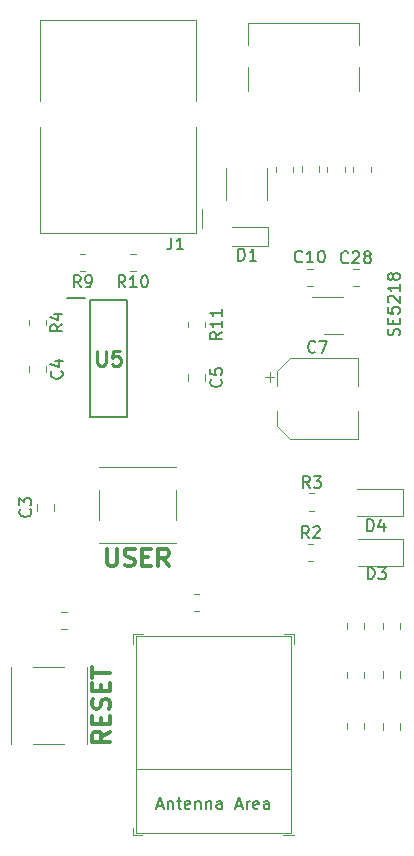
<source format=gbr>
%TF.GenerationSoftware,KiCad,Pcbnew,(6.0.11-0)*%
%TF.CreationDate,2023-12-17T12:15:40+01:00*%
%TF.ProjectId,Layblar_PCB,4c617962-6c61-4725-9f50-43422e6b6963,rev?*%
%TF.SameCoordinates,Original*%
%TF.FileFunction,Legend,Top*%
%TF.FilePolarity,Positive*%
%FSLAX46Y46*%
G04 Gerber Fmt 4.6, Leading zero omitted, Abs format (unit mm)*
G04 Created by KiCad (PCBNEW (6.0.11-0)) date 2023-12-17 12:15:40*
%MOMM*%
%LPD*%
G01*
G04 APERTURE LIST*
%ADD10C,0.300000*%
%ADD11C,0.150000*%
%ADD12C,0.254000*%
%ADD13C,0.120000*%
%ADD14C,0.100000*%
%ADD15C,0.200000*%
G04 APERTURE END LIST*
D10*
X38178571Y-70678571D02*
X37464285Y-71178571D01*
X38178571Y-71535714D02*
X36678571Y-71535714D01*
X36678571Y-70964285D01*
X36750000Y-70821428D01*
X36821428Y-70750000D01*
X36964285Y-70678571D01*
X37178571Y-70678571D01*
X37321428Y-70750000D01*
X37392857Y-70821428D01*
X37464285Y-70964285D01*
X37464285Y-71535714D01*
X37392857Y-70035714D02*
X37392857Y-69535714D01*
X38178571Y-69321428D02*
X38178571Y-70035714D01*
X36678571Y-70035714D01*
X36678571Y-69321428D01*
X38107142Y-68750000D02*
X38178571Y-68535714D01*
X38178571Y-68178571D01*
X38107142Y-68035714D01*
X38035714Y-67964285D01*
X37892857Y-67892857D01*
X37750000Y-67892857D01*
X37607142Y-67964285D01*
X37535714Y-68035714D01*
X37464285Y-68178571D01*
X37392857Y-68464285D01*
X37321428Y-68607142D01*
X37250000Y-68678571D01*
X37107142Y-68750000D01*
X36964285Y-68750000D01*
X36821428Y-68678571D01*
X36750000Y-68607142D01*
X36678571Y-68464285D01*
X36678571Y-68107142D01*
X36750000Y-67892857D01*
X37392857Y-67250000D02*
X37392857Y-66750000D01*
X38178571Y-66535714D02*
X38178571Y-67250000D01*
X36678571Y-67250000D01*
X36678571Y-66535714D01*
X36678571Y-66107142D02*
X36678571Y-65250000D01*
X38178571Y-65678571D02*
X36678571Y-65678571D01*
X37928571Y-55178571D02*
X37928571Y-56392857D01*
X38000000Y-56535714D01*
X38071428Y-56607142D01*
X38214285Y-56678571D01*
X38500000Y-56678571D01*
X38642857Y-56607142D01*
X38714285Y-56535714D01*
X38785714Y-56392857D01*
X38785714Y-55178571D01*
X39428571Y-56607142D02*
X39642857Y-56678571D01*
X40000000Y-56678571D01*
X40142857Y-56607142D01*
X40214285Y-56535714D01*
X40285714Y-56392857D01*
X40285714Y-56250000D01*
X40214285Y-56107142D01*
X40142857Y-56035714D01*
X40000000Y-55964285D01*
X39714285Y-55892857D01*
X39571428Y-55821428D01*
X39500000Y-55750000D01*
X39428571Y-55607142D01*
X39428571Y-55464285D01*
X39500000Y-55321428D01*
X39571428Y-55250000D01*
X39714285Y-55178571D01*
X40071428Y-55178571D01*
X40285714Y-55250000D01*
X40928571Y-55892857D02*
X41428571Y-55892857D01*
X41642857Y-56678571D02*
X40928571Y-56678571D01*
X40928571Y-55178571D01*
X41642857Y-55178571D01*
X43142857Y-56678571D02*
X42642857Y-55964285D01*
X42285714Y-56678571D02*
X42285714Y-55178571D01*
X42857142Y-55178571D01*
X43000000Y-55250000D01*
X43071428Y-55321428D01*
X43142857Y-55464285D01*
X43142857Y-55678571D01*
X43071428Y-55821428D01*
X43000000Y-55892857D01*
X42857142Y-55964285D01*
X42285714Y-55964285D01*
D11*
X62654761Y-37142857D02*
X62702380Y-37000000D01*
X62702380Y-36761904D01*
X62654761Y-36666666D01*
X62607142Y-36619047D01*
X62511904Y-36571428D01*
X62416666Y-36571428D01*
X62321428Y-36619047D01*
X62273809Y-36666666D01*
X62226190Y-36761904D01*
X62178571Y-36952380D01*
X62130952Y-37047619D01*
X62083333Y-37095238D01*
X61988095Y-37142857D01*
X61892857Y-37142857D01*
X61797619Y-37095238D01*
X61750000Y-37047619D01*
X61702380Y-36952380D01*
X61702380Y-36714285D01*
X61750000Y-36571428D01*
X62178571Y-36142857D02*
X62178571Y-35809523D01*
X62702380Y-35666666D02*
X62702380Y-36142857D01*
X61702380Y-36142857D01*
X61702380Y-35666666D01*
X61702380Y-34761904D02*
X61702380Y-35238095D01*
X62178571Y-35285714D01*
X62130952Y-35238095D01*
X62083333Y-35142857D01*
X62083333Y-34904761D01*
X62130952Y-34809523D01*
X62178571Y-34761904D01*
X62273809Y-34714285D01*
X62511904Y-34714285D01*
X62607142Y-34761904D01*
X62654761Y-34809523D01*
X62702380Y-34904761D01*
X62702380Y-35142857D01*
X62654761Y-35238095D01*
X62607142Y-35285714D01*
X61797619Y-34333333D02*
X61750000Y-34285714D01*
X61702380Y-34190476D01*
X61702380Y-33952380D01*
X61750000Y-33857142D01*
X61797619Y-33809523D01*
X61892857Y-33761904D01*
X61988095Y-33761904D01*
X62130952Y-33809523D01*
X62702380Y-34380952D01*
X62702380Y-33761904D01*
X62702380Y-32809523D02*
X62702380Y-33380952D01*
X62702380Y-33095238D02*
X61702380Y-33095238D01*
X61845238Y-33190476D01*
X61940476Y-33285714D01*
X61988095Y-33380952D01*
X62130952Y-32238095D02*
X62083333Y-32333333D01*
X62035714Y-32380952D01*
X61940476Y-32428571D01*
X61892857Y-32428571D01*
X61797619Y-32380952D01*
X61750000Y-32333333D01*
X61702380Y-32238095D01*
X61702380Y-32047619D01*
X61750000Y-31952380D01*
X61797619Y-31904761D01*
X61892857Y-31857142D01*
X61940476Y-31857142D01*
X62035714Y-31904761D01*
X62083333Y-31952380D01*
X62130952Y-32047619D01*
X62130952Y-32238095D01*
X62178571Y-32333333D01*
X62226190Y-32380952D01*
X62321428Y-32428571D01*
X62511904Y-32428571D01*
X62607142Y-32380952D01*
X62654761Y-32333333D01*
X62702380Y-32238095D01*
X62702380Y-32047619D01*
X62654761Y-31952380D01*
X62607142Y-31904761D01*
X62511904Y-31857142D01*
X62321428Y-31857142D01*
X62226190Y-31904761D01*
X62178571Y-31952380D01*
X62130952Y-32047619D01*
%TO.C,C7*%
X55583333Y-38507142D02*
X55535714Y-38554761D01*
X55392857Y-38602380D01*
X55297619Y-38602380D01*
X55154761Y-38554761D01*
X55059523Y-38459523D01*
X55011904Y-38364285D01*
X54964285Y-38173809D01*
X54964285Y-38030952D01*
X55011904Y-37840476D01*
X55059523Y-37745238D01*
X55154761Y-37650000D01*
X55297619Y-37602380D01*
X55392857Y-37602380D01*
X55535714Y-37650000D01*
X55583333Y-37697619D01*
X55916666Y-37602380D02*
X56583333Y-37602380D01*
X56154761Y-38602380D01*
%TO.C,R3*%
X55095833Y-50052380D02*
X54762500Y-49576190D01*
X54524404Y-50052380D02*
X54524404Y-49052380D01*
X54905357Y-49052380D01*
X55000595Y-49100000D01*
X55048214Y-49147619D01*
X55095833Y-49242857D01*
X55095833Y-49385714D01*
X55048214Y-49480952D01*
X55000595Y-49528571D01*
X54905357Y-49576190D01*
X54524404Y-49576190D01*
X55429166Y-49052380D02*
X56048214Y-49052380D01*
X55714880Y-49433333D01*
X55857738Y-49433333D01*
X55952976Y-49480952D01*
X56000595Y-49528571D01*
X56048214Y-49623809D01*
X56048214Y-49861904D01*
X56000595Y-49957142D01*
X55952976Y-50004761D01*
X55857738Y-50052380D01*
X55572023Y-50052380D01*
X55476785Y-50004761D01*
X55429166Y-49957142D01*
%TO.C,J1*%
X43394166Y-28852380D02*
X43394166Y-29566666D01*
X43346547Y-29709523D01*
X43251309Y-29804761D01*
X43108452Y-29852380D01*
X43013214Y-29852380D01*
X44394166Y-29852380D02*
X43822738Y-29852380D01*
X44108452Y-29852380D02*
X44108452Y-28852380D01*
X44013214Y-28995238D01*
X43917976Y-29090476D01*
X43822738Y-29138095D01*
%TO.C,R11*%
X47639880Y-36842857D02*
X47163690Y-37176190D01*
X47639880Y-37414285D02*
X46639880Y-37414285D01*
X46639880Y-37033333D01*
X46687500Y-36938095D01*
X46735119Y-36890476D01*
X46830357Y-36842857D01*
X46973214Y-36842857D01*
X47068452Y-36890476D01*
X47116071Y-36938095D01*
X47163690Y-37033333D01*
X47163690Y-37414285D01*
X47639880Y-35890476D02*
X47639880Y-36461904D01*
X47639880Y-36176190D02*
X46639880Y-36176190D01*
X46782738Y-36271428D01*
X46877976Y-36366666D01*
X46925595Y-36461904D01*
X47639880Y-34938095D02*
X47639880Y-35509523D01*
X47639880Y-35223809D02*
X46639880Y-35223809D01*
X46782738Y-35319047D01*
X46877976Y-35414285D01*
X46925595Y-35509523D01*
%TO.C,D4*%
X59961904Y-53702380D02*
X59961904Y-52702380D01*
X60200000Y-52702380D01*
X60342857Y-52750000D01*
X60438095Y-52845238D01*
X60485714Y-52940476D01*
X60533333Y-53130952D01*
X60533333Y-53273809D01*
X60485714Y-53464285D01*
X60438095Y-53559523D01*
X60342857Y-53654761D01*
X60200000Y-53702380D01*
X59961904Y-53702380D01*
X61390476Y-53035714D02*
X61390476Y-53702380D01*
X61152380Y-52654761D02*
X60914285Y-53369047D01*
X61533333Y-53369047D01*
%TO.C,D3*%
X60011904Y-57772380D02*
X60011904Y-56772380D01*
X60250000Y-56772380D01*
X60392857Y-56820000D01*
X60488095Y-56915238D01*
X60535714Y-57010476D01*
X60583333Y-57200952D01*
X60583333Y-57343809D01*
X60535714Y-57534285D01*
X60488095Y-57629523D01*
X60392857Y-57724761D01*
X60250000Y-57772380D01*
X60011904Y-57772380D01*
X60916666Y-56772380D02*
X61535714Y-56772380D01*
X61202380Y-57153333D01*
X61345238Y-57153333D01*
X61440476Y-57200952D01*
X61488095Y-57248571D01*
X61535714Y-57343809D01*
X61535714Y-57581904D01*
X61488095Y-57677142D01*
X61440476Y-57724761D01*
X61345238Y-57772380D01*
X61059523Y-57772380D01*
X60964285Y-57724761D01*
X60916666Y-57677142D01*
%TO.C,C3*%
X31427142Y-51866666D02*
X31474761Y-51914285D01*
X31522380Y-52057142D01*
X31522380Y-52152380D01*
X31474761Y-52295238D01*
X31379523Y-52390476D01*
X31284285Y-52438095D01*
X31093809Y-52485714D01*
X30950952Y-52485714D01*
X30760476Y-52438095D01*
X30665238Y-52390476D01*
X30570000Y-52295238D01*
X30522380Y-52152380D01*
X30522380Y-52057142D01*
X30570000Y-51914285D01*
X30617619Y-51866666D01*
X30522380Y-51533333D02*
X30522380Y-50914285D01*
X30903333Y-51247619D01*
X30903333Y-51104761D01*
X30950952Y-51009523D01*
X30998571Y-50961904D01*
X31093809Y-50914285D01*
X31331904Y-50914285D01*
X31427142Y-50961904D01*
X31474761Y-51009523D01*
X31522380Y-51104761D01*
X31522380Y-51390476D01*
X31474761Y-51485714D01*
X31427142Y-51533333D01*
%TO.C,R9*%
X35708333Y-33052380D02*
X35375000Y-32576190D01*
X35136904Y-33052380D02*
X35136904Y-32052380D01*
X35517857Y-32052380D01*
X35613095Y-32100000D01*
X35660714Y-32147619D01*
X35708333Y-32242857D01*
X35708333Y-32385714D01*
X35660714Y-32480952D01*
X35613095Y-32528571D01*
X35517857Y-32576190D01*
X35136904Y-32576190D01*
X36184523Y-33052380D02*
X36375000Y-33052380D01*
X36470238Y-33004761D01*
X36517857Y-32957142D01*
X36613095Y-32814285D01*
X36660714Y-32623809D01*
X36660714Y-32242857D01*
X36613095Y-32147619D01*
X36565476Y-32100000D01*
X36470238Y-32052380D01*
X36279761Y-32052380D01*
X36184523Y-32100000D01*
X36136904Y-32147619D01*
X36089285Y-32242857D01*
X36089285Y-32480952D01*
X36136904Y-32576190D01*
X36184523Y-32623809D01*
X36279761Y-32671428D01*
X36470238Y-32671428D01*
X36565476Y-32623809D01*
X36613095Y-32576190D01*
X36660714Y-32480952D01*
%TO.C,C5*%
X47574642Y-40866666D02*
X47622261Y-40914285D01*
X47669880Y-41057142D01*
X47669880Y-41152380D01*
X47622261Y-41295238D01*
X47527023Y-41390476D01*
X47431785Y-41438095D01*
X47241309Y-41485714D01*
X47098452Y-41485714D01*
X46907976Y-41438095D01*
X46812738Y-41390476D01*
X46717500Y-41295238D01*
X46669880Y-41152380D01*
X46669880Y-41057142D01*
X46717500Y-40914285D01*
X46765119Y-40866666D01*
X46669880Y-39961904D02*
X46669880Y-40438095D01*
X47146071Y-40485714D01*
X47098452Y-40438095D01*
X47050833Y-40342857D01*
X47050833Y-40104761D01*
X47098452Y-40009523D01*
X47146071Y-39961904D01*
X47241309Y-39914285D01*
X47479404Y-39914285D01*
X47574642Y-39961904D01*
X47622261Y-40009523D01*
X47669880Y-40104761D01*
X47669880Y-40342857D01*
X47622261Y-40438095D01*
X47574642Y-40485714D01*
%TO.C,C10*%
X54457142Y-30857142D02*
X54409523Y-30904761D01*
X54266666Y-30952380D01*
X54171428Y-30952380D01*
X54028571Y-30904761D01*
X53933333Y-30809523D01*
X53885714Y-30714285D01*
X53838095Y-30523809D01*
X53838095Y-30380952D01*
X53885714Y-30190476D01*
X53933333Y-30095238D01*
X54028571Y-30000000D01*
X54171428Y-29952380D01*
X54266666Y-29952380D01*
X54409523Y-30000000D01*
X54457142Y-30047619D01*
X55409523Y-30952380D02*
X54838095Y-30952380D01*
X55123809Y-30952380D02*
X55123809Y-29952380D01*
X55028571Y-30095238D01*
X54933333Y-30190476D01*
X54838095Y-30238095D01*
X56028571Y-29952380D02*
X56123809Y-29952380D01*
X56219047Y-30000000D01*
X56266666Y-30047619D01*
X56314285Y-30142857D01*
X56361904Y-30333333D01*
X56361904Y-30571428D01*
X56314285Y-30761904D01*
X56266666Y-30857142D01*
X56219047Y-30904761D01*
X56123809Y-30952380D01*
X56028571Y-30952380D01*
X55933333Y-30904761D01*
X55885714Y-30857142D01*
X55838095Y-30761904D01*
X55790476Y-30571428D01*
X55790476Y-30333333D01*
X55838095Y-30142857D01*
X55885714Y-30047619D01*
X55933333Y-30000000D01*
X56028571Y-29952380D01*
%TO.C,R10*%
X39482142Y-33052380D02*
X39148809Y-32576190D01*
X38910714Y-33052380D02*
X38910714Y-32052380D01*
X39291666Y-32052380D01*
X39386904Y-32100000D01*
X39434523Y-32147619D01*
X39482142Y-32242857D01*
X39482142Y-32385714D01*
X39434523Y-32480952D01*
X39386904Y-32528571D01*
X39291666Y-32576190D01*
X38910714Y-32576190D01*
X40434523Y-33052380D02*
X39863095Y-33052380D01*
X40148809Y-33052380D02*
X40148809Y-32052380D01*
X40053571Y-32195238D01*
X39958333Y-32290476D01*
X39863095Y-32338095D01*
X41053571Y-32052380D02*
X41148809Y-32052380D01*
X41244047Y-32100000D01*
X41291666Y-32147619D01*
X41339285Y-32242857D01*
X41386904Y-32433333D01*
X41386904Y-32671428D01*
X41339285Y-32861904D01*
X41291666Y-32957142D01*
X41244047Y-33004761D01*
X41148809Y-33052380D01*
X41053571Y-33052380D01*
X40958333Y-33004761D01*
X40910714Y-32957142D01*
X40863095Y-32861904D01*
X40815476Y-32671428D01*
X40815476Y-32433333D01*
X40863095Y-32242857D01*
X40910714Y-32147619D01*
X40958333Y-32100000D01*
X41053571Y-32052380D01*
%TO.C,C4*%
X34074642Y-40166666D02*
X34122261Y-40214285D01*
X34169880Y-40357142D01*
X34169880Y-40452380D01*
X34122261Y-40595238D01*
X34027023Y-40690476D01*
X33931785Y-40738095D01*
X33741309Y-40785714D01*
X33598452Y-40785714D01*
X33407976Y-40738095D01*
X33312738Y-40690476D01*
X33217500Y-40595238D01*
X33169880Y-40452380D01*
X33169880Y-40357142D01*
X33217500Y-40214285D01*
X33265119Y-40166666D01*
X33503214Y-39309523D02*
X34169880Y-39309523D01*
X33122261Y-39547619D02*
X33836547Y-39785714D01*
X33836547Y-39166666D01*
D12*
%TO.C,U5*%
X37094880Y-38429523D02*
X37094880Y-39457619D01*
X37155357Y-39578571D01*
X37215833Y-39639047D01*
X37336785Y-39699523D01*
X37578690Y-39699523D01*
X37699642Y-39639047D01*
X37760119Y-39578571D01*
X37820595Y-39457619D01*
X37820595Y-38429523D01*
X39030119Y-38429523D02*
X38425357Y-38429523D01*
X38364880Y-39034285D01*
X38425357Y-38973809D01*
X38546309Y-38913333D01*
X38848690Y-38913333D01*
X38969642Y-38973809D01*
X39030119Y-39034285D01*
X39090595Y-39155238D01*
X39090595Y-39457619D01*
X39030119Y-39578571D01*
X38969642Y-39639047D01*
X38848690Y-39699523D01*
X38546309Y-39699523D01*
X38425357Y-39639047D01*
X38364880Y-39578571D01*
D11*
%TO.C,R4*%
X34139880Y-36204166D02*
X33663690Y-36537500D01*
X34139880Y-36775595D02*
X33139880Y-36775595D01*
X33139880Y-36394642D01*
X33187500Y-36299404D01*
X33235119Y-36251785D01*
X33330357Y-36204166D01*
X33473214Y-36204166D01*
X33568452Y-36251785D01*
X33616071Y-36299404D01*
X33663690Y-36394642D01*
X33663690Y-36775595D01*
X33473214Y-35347023D02*
X34139880Y-35347023D01*
X33092261Y-35585119D02*
X33806547Y-35823214D01*
X33806547Y-35204166D01*
%TO.C,R2*%
X55020833Y-54302380D02*
X54687500Y-53826190D01*
X54449404Y-54302380D02*
X54449404Y-53302380D01*
X54830357Y-53302380D01*
X54925595Y-53350000D01*
X54973214Y-53397619D01*
X55020833Y-53492857D01*
X55020833Y-53635714D01*
X54973214Y-53730952D01*
X54925595Y-53778571D01*
X54830357Y-53826190D01*
X54449404Y-53826190D01*
X55401785Y-53397619D02*
X55449404Y-53350000D01*
X55544642Y-53302380D01*
X55782738Y-53302380D01*
X55877976Y-53350000D01*
X55925595Y-53397619D01*
X55973214Y-53492857D01*
X55973214Y-53588095D01*
X55925595Y-53730952D01*
X55354166Y-54302380D01*
X55973214Y-54302380D01*
%TO.C,D1*%
X49049404Y-30802380D02*
X49049404Y-29802380D01*
X49287500Y-29802380D01*
X49430357Y-29850000D01*
X49525595Y-29945238D01*
X49573214Y-30040476D01*
X49620833Y-30230952D01*
X49620833Y-30373809D01*
X49573214Y-30564285D01*
X49525595Y-30659523D01*
X49430357Y-30754761D01*
X49287500Y-30802380D01*
X49049404Y-30802380D01*
X50573214Y-30802380D02*
X50001785Y-30802380D01*
X50287500Y-30802380D02*
X50287500Y-29802380D01*
X50192261Y-29945238D01*
X50097023Y-30040476D01*
X50001785Y-30088095D01*
%TO.C,C28*%
X58357142Y-30927142D02*
X58309523Y-30974761D01*
X58166666Y-31022380D01*
X58071428Y-31022380D01*
X57928571Y-30974761D01*
X57833333Y-30879523D01*
X57785714Y-30784285D01*
X57738095Y-30593809D01*
X57738095Y-30450952D01*
X57785714Y-30260476D01*
X57833333Y-30165238D01*
X57928571Y-30070000D01*
X58071428Y-30022380D01*
X58166666Y-30022380D01*
X58309523Y-30070000D01*
X58357142Y-30117619D01*
X58738095Y-30117619D02*
X58785714Y-30070000D01*
X58880952Y-30022380D01*
X59119047Y-30022380D01*
X59214285Y-30070000D01*
X59261904Y-30117619D01*
X59309523Y-30212857D01*
X59309523Y-30308095D01*
X59261904Y-30450952D01*
X58690476Y-31022380D01*
X59309523Y-31022380D01*
X59880952Y-30450952D02*
X59785714Y-30403333D01*
X59738095Y-30355714D01*
X59690476Y-30260476D01*
X59690476Y-30212857D01*
X59738095Y-30117619D01*
X59785714Y-30070000D01*
X59880952Y-30022380D01*
X60071428Y-30022380D01*
X60166666Y-30070000D01*
X60214285Y-30117619D01*
X60261904Y-30212857D01*
X60261904Y-30260476D01*
X60214285Y-30355714D01*
X60166666Y-30403333D01*
X60071428Y-30450952D01*
X59880952Y-30450952D01*
X59785714Y-30498571D01*
X59738095Y-30546190D01*
X59690476Y-30641428D01*
X59690476Y-30831904D01*
X59738095Y-30927142D01*
X59785714Y-30974761D01*
X59880952Y-31022380D01*
X60071428Y-31022380D01*
X60166666Y-30974761D01*
X60214285Y-30927142D01*
X60261904Y-30831904D01*
X60261904Y-30641428D01*
X60214285Y-30546190D01*
X60166666Y-30498571D01*
X60071428Y-30450952D01*
%TO.C,U1*%
X42188095Y-76941666D02*
X42664285Y-76941666D01*
X42092857Y-77227380D02*
X42426190Y-76227380D01*
X42759523Y-77227380D01*
X43092857Y-76560714D02*
X43092857Y-77227380D01*
X43092857Y-76655952D02*
X43140476Y-76608333D01*
X43235714Y-76560714D01*
X43378571Y-76560714D01*
X43473809Y-76608333D01*
X43521428Y-76703571D01*
X43521428Y-77227380D01*
X43854761Y-76560714D02*
X44235714Y-76560714D01*
X43997619Y-76227380D02*
X43997619Y-77084523D01*
X44045238Y-77179761D01*
X44140476Y-77227380D01*
X44235714Y-77227380D01*
X44950000Y-77179761D02*
X44854761Y-77227380D01*
X44664285Y-77227380D01*
X44569047Y-77179761D01*
X44521428Y-77084523D01*
X44521428Y-76703571D01*
X44569047Y-76608333D01*
X44664285Y-76560714D01*
X44854761Y-76560714D01*
X44950000Y-76608333D01*
X44997619Y-76703571D01*
X44997619Y-76798809D01*
X44521428Y-76894047D01*
X45426190Y-76560714D02*
X45426190Y-77227380D01*
X45426190Y-76655952D02*
X45473809Y-76608333D01*
X45569047Y-76560714D01*
X45711904Y-76560714D01*
X45807142Y-76608333D01*
X45854761Y-76703571D01*
X45854761Y-77227380D01*
X46330952Y-76560714D02*
X46330952Y-77227380D01*
X46330952Y-76655952D02*
X46378571Y-76608333D01*
X46473809Y-76560714D01*
X46616666Y-76560714D01*
X46711904Y-76608333D01*
X46759523Y-76703571D01*
X46759523Y-77227380D01*
X47664285Y-77227380D02*
X47664285Y-76703571D01*
X47616666Y-76608333D01*
X47521428Y-76560714D01*
X47330952Y-76560714D01*
X47235714Y-76608333D01*
X47664285Y-77179761D02*
X47569047Y-77227380D01*
X47330952Y-77227380D01*
X47235714Y-77179761D01*
X47188095Y-77084523D01*
X47188095Y-76989285D01*
X47235714Y-76894047D01*
X47330952Y-76846428D01*
X47569047Y-76846428D01*
X47664285Y-76798809D01*
X48854761Y-76941666D02*
X49330952Y-76941666D01*
X48759523Y-77227380D02*
X49092857Y-76227380D01*
X49426190Y-77227380D01*
X49759523Y-77227380D02*
X49759523Y-76560714D01*
X49759523Y-76751190D02*
X49807142Y-76655952D01*
X49854761Y-76608333D01*
X49950000Y-76560714D01*
X50045238Y-76560714D01*
X50759523Y-77179761D02*
X50664285Y-77227380D01*
X50473809Y-77227380D01*
X50378571Y-77179761D01*
X50330952Y-77084523D01*
X50330952Y-76703571D01*
X50378571Y-76608333D01*
X50473809Y-76560714D01*
X50664285Y-76560714D01*
X50759523Y-76608333D01*
X50807142Y-76703571D01*
X50807142Y-76798809D01*
X50330952Y-76894047D01*
X51664285Y-77227380D02*
X51664285Y-76703571D01*
X51616666Y-76608333D01*
X51521428Y-76560714D01*
X51330952Y-76560714D01*
X51235714Y-76608333D01*
X51664285Y-77179761D02*
X51569047Y-77227380D01*
X51330952Y-77227380D01*
X51235714Y-77179761D01*
X51188095Y-77084523D01*
X51188095Y-76989285D01*
X51235714Y-76894047D01*
X51330952Y-76846428D01*
X51569047Y-76846428D01*
X51664285Y-76798809D01*
D13*
%TO.C,C7*%
X52340000Y-44845563D02*
X53404437Y-45910000D01*
X51312500Y-40652500D02*
X52100000Y-40652500D01*
X59160000Y-39090000D02*
X59160000Y-41440000D01*
X51706250Y-40258750D02*
X51706250Y-41046250D01*
X52340000Y-40154437D02*
X52340000Y-41440000D01*
X53404437Y-39090000D02*
X59160000Y-39090000D01*
X59160000Y-45910000D02*
X59160000Y-43560000D01*
X53404437Y-45910000D02*
X59160000Y-45910000D01*
X52340000Y-40154437D02*
X53404437Y-39090000D01*
X52340000Y-44845563D02*
X52340000Y-43560000D01*
%TO.C,R3*%
X55035436Y-51985000D02*
X55489564Y-51985000D01*
X55035436Y-50515000D02*
X55489564Y-50515000D01*
%TO.C,U8*%
X57087500Y-37010000D02*
X57887500Y-37010000D01*
X57087500Y-33890000D02*
X55287500Y-33890000D01*
X57087500Y-37010000D02*
X56287500Y-37010000D01*
X57087500Y-33890000D02*
X57887500Y-33890000D01*
%TO.C,SW2*%
X43755000Y-54730000D02*
X37295000Y-54730000D01*
X43755000Y-48270000D02*
X37295000Y-48270000D01*
X43755000Y-48270000D02*
X43755000Y-48300000D01*
X43755000Y-52800000D02*
X43755000Y-50200000D01*
X43755000Y-54700000D02*
X43755000Y-54730000D01*
X37295000Y-48270000D02*
X37295000Y-48300000D01*
X37295000Y-52800000D02*
X37295000Y-50200000D01*
X37295000Y-54730000D02*
X37295000Y-54700000D01*
D14*
%TO.C,J1*%
X32287500Y-10480000D02*
X32287500Y-10470000D01*
D13*
X32287500Y-10470000D02*
X32287500Y-17250000D01*
X45487500Y-28470000D02*
X32287500Y-28470000D01*
X32287500Y-28470000D02*
X32287500Y-19450000D01*
X45487500Y-10470000D02*
X45487500Y-17250000D01*
X45487500Y-19450000D02*
X45487500Y-28470000D01*
D14*
X32287500Y-10590000D02*
X32287500Y-10470000D01*
X45487500Y-19520000D02*
X45487500Y-19450000D01*
D13*
X45957500Y-26470000D02*
X45957500Y-28000000D01*
X32287500Y-10470000D02*
X45487500Y-10470000D01*
%TO.C,J2*%
X59237500Y-12550000D02*
X59237500Y-10650000D01*
X59237500Y-16450000D02*
X59237500Y-14450000D01*
X49837500Y-12550000D02*
X49837500Y-10650000D01*
X49837500Y-16450000D02*
X49837500Y-14450000D01*
X59237500Y-10650000D02*
X49837500Y-10650000D01*
%TO.C,R11*%
X44802500Y-35972936D02*
X44802500Y-36427064D01*
X46272500Y-35972936D02*
X46272500Y-36427064D01*
%TO.C,D4*%
X59100000Y-52385000D02*
X62985000Y-52385000D01*
X62985000Y-50115000D02*
X59100000Y-50115000D01*
X62985000Y-52385000D02*
X62985000Y-50115000D01*
%TO.C,R28*%
X45764564Y-59015000D02*
X45310436Y-59015000D01*
X45764564Y-60485000D02*
X45310436Y-60485000D01*
%TO.C,D3*%
X63035000Y-54365000D02*
X59150000Y-54365000D01*
X63035000Y-56635000D02*
X63035000Y-54365000D01*
X59150000Y-56635000D02*
X63035000Y-56635000D01*
%TO.C,R8*%
X53672500Y-23289564D02*
X53672500Y-22835436D01*
X52202500Y-23289564D02*
X52202500Y-22835436D01*
%TO.C,C3*%
X32015000Y-51961252D02*
X32015000Y-51438748D01*
X33485000Y-51961252D02*
X33485000Y-51438748D01*
%TO.C,R6*%
X54402500Y-23277064D02*
X54402500Y-22822936D01*
X55872500Y-23277064D02*
X55872500Y-22822936D01*
%TO.C,R5*%
X58072500Y-22835436D02*
X58072500Y-23289564D01*
X56602500Y-22835436D02*
X56602500Y-23289564D01*
%TO.C,SW1*%
X29800000Y-71705000D02*
X29770000Y-71705000D01*
X29770000Y-65245000D02*
X29800000Y-65245000D01*
X36230000Y-71705000D02*
X36200000Y-71705000D01*
X31700000Y-65245000D02*
X34300000Y-65245000D01*
X31700000Y-71705000D02*
X34300000Y-71705000D01*
X36230000Y-71705000D02*
X36230000Y-65245000D01*
X29770000Y-71705000D02*
X29770000Y-65245000D01*
X36230000Y-65245000D02*
X36200000Y-65245000D01*
%TO.C,C2*%
X61265000Y-61488748D02*
X61265000Y-62011252D01*
X62735000Y-61488748D02*
X62735000Y-62011252D01*
%TO.C,R21*%
X58265000Y-66114564D02*
X58265000Y-65660436D01*
X59735000Y-66114564D02*
X59735000Y-65660436D01*
%TO.C,R9*%
X36102064Y-30215000D02*
X35647936Y-30215000D01*
X36102064Y-31685000D02*
X35647936Y-31685000D01*
%TO.C,C5*%
X44802500Y-40438748D02*
X44802500Y-40961252D01*
X46272500Y-40438748D02*
X46272500Y-40961252D01*
%TO.C,C10*%
X55361252Y-32985000D02*
X54838748Y-32985000D01*
X55361252Y-31515000D02*
X54838748Y-31515000D01*
%TO.C,R7*%
X60272500Y-22835436D02*
X60272500Y-23289564D01*
X58802500Y-22835436D02*
X58802500Y-23289564D01*
%TO.C,C6*%
X59735000Y-61488748D02*
X59735000Y-62011252D01*
X58265000Y-61488748D02*
X58265000Y-62011252D01*
%TO.C,R10*%
X40352064Y-30215000D02*
X39897936Y-30215000D01*
X40352064Y-31685000D02*
X39897936Y-31685000D01*
%TO.C,C19*%
X62735000Y-70511252D02*
X62735000Y-69988748D01*
X61265000Y-70511252D02*
X61265000Y-69988748D01*
%TO.C,R1*%
X58265000Y-70439564D02*
X58265000Y-69985436D01*
X59735000Y-70439564D02*
X59735000Y-69985436D01*
%TO.C,C1*%
X34038748Y-61985000D02*
X34561252Y-61985000D01*
X34038748Y-60515000D02*
X34561252Y-60515000D01*
%TO.C,F1*%
X51447500Y-22926248D02*
X51447500Y-25698752D01*
X48027500Y-22926248D02*
X48027500Y-25698752D01*
%TO.C,C17*%
X61265000Y-65588748D02*
X61265000Y-66111252D01*
X62735000Y-65588748D02*
X62735000Y-66111252D01*
%TO.C,C4*%
X31302500Y-39738748D02*
X31302500Y-40261252D01*
X32772500Y-39738748D02*
X32772500Y-40261252D01*
D15*
%TO.C,U5*%
X39662500Y-34175000D02*
X39662500Y-44075000D01*
X39662500Y-44075000D02*
X36462500Y-44075000D01*
X36462500Y-44075000D02*
X36462500Y-34175000D01*
X34562500Y-34005000D02*
X36112500Y-34005000D01*
X36462500Y-34175000D02*
X39662500Y-34175000D01*
D13*
%TO.C,R4*%
X31302500Y-35810436D02*
X31302500Y-36264564D01*
X32772500Y-35810436D02*
X32772500Y-36264564D01*
%TO.C,R2*%
X54960436Y-54765000D02*
X55414564Y-54765000D01*
X54960436Y-56235000D02*
X55414564Y-56235000D01*
%TO.C,D1*%
X51587500Y-29550000D02*
X48537500Y-29550000D01*
X51587500Y-27950000D02*
X51587500Y-29550000D01*
X48537500Y-27950000D02*
X51587500Y-27950000D01*
%TO.C,C28*%
X58738748Y-31515000D02*
X59261252Y-31515000D01*
X58738748Y-32985000D02*
X59261252Y-32985000D01*
%TO.C,U1*%
X40900000Y-79425000D02*
X40150000Y-79425000D01*
X53550000Y-79225000D02*
X40350000Y-79225000D01*
X40150000Y-62425000D02*
X40950000Y-62425000D01*
X40350000Y-62625000D02*
X53550000Y-62625000D01*
X53550000Y-73825000D02*
X40350000Y-73825000D01*
X52875000Y-79425000D02*
X53725000Y-79425000D01*
X53750000Y-62425000D02*
X52950000Y-62425000D01*
X40350000Y-79225000D02*
X40350000Y-62625000D01*
X53750000Y-63225000D02*
X53750000Y-62425000D01*
X53550000Y-62625000D02*
X53550000Y-79225000D01*
X40150000Y-63225000D02*
X40150000Y-62425000D01*
X40150000Y-79425000D02*
X40150000Y-78825000D01*
%TD*%
M02*

</source>
